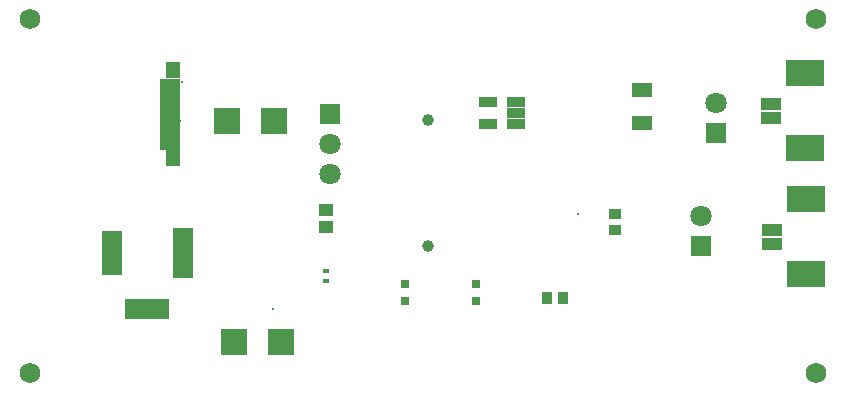
<source format=gts>
%FSTAX23Y23*%
%MOIN*%
%SFA1B1*%

%IPPOS*%
%ADD14R,0.067060X0.021780*%
%ADD15R,0.047370X0.054460*%
%ADD16R,0.059180X0.035560*%
%ADD17R,0.070990X0.039890*%
%ADD18R,0.126110X0.090680*%
%ADD19R,0.086740X0.086740*%
%ADD20R,0.031500X0.031500*%
%ADD21R,0.019680X0.015750*%
%ADD22R,0.037530X0.041470*%
%ADD23R,0.071110X0.051360*%
%ADD24R,0.049340X0.043430*%
%ADD25R,0.041470X0.037530*%
%ADD26C,0.068000*%
%ADD27R,0.070990X0.070990*%
%ADD28C,0.070990*%
%ADD29R,0.145800X0.067060*%
%ADD30R,0.067060X0.145800*%
%ADD31R,0.067060X0.165480*%
%ADD32C,0.039500*%
%ADD33C,0.009000*%
%LNpcb1_(1)-1*%
%LPD*%
G54D14*
X00517Y01023D03*
Y01003D03*
Y00983D03*
Y00964D03*
Y00944D03*
Y00924D03*
Y00905D03*
Y00885D03*
Y00865D03*
Y00846D03*
Y00826D03*
Y00806D03*
G54D15*
X00527Y00769D03*
Y0106D03*
G54D16*
X01669Y0088D03*
Y00917D03*
Y00955D03*
X01575D03*
Y0088D03*
G54D17*
X02522Y00529D03*
Y0048D03*
X02518Y00949D03*
Y009D03*
G54D18*
X02636Y0063D03*
Y0038D03*
X02632Y0105D03*
Y008D03*
G54D19*
X00863Y0089D03*
X00706D03*
X00887Y00155D03*
X0073D03*
G54D20*
X01299Y00349D03*
Y0029D03*
X01535Y00349D03*
Y0029D03*
G54D21*
X01035Y0039D03*
Y00359D03*
G54D22*
X01825Y003D03*
X01773D03*
G54D23*
X02089Y00885D03*
Y00995D03*
G54D24*
X01036Y00538D03*
Y00595D03*
G54D25*
X02Y00528D03*
Y0058D03*
G54D26*
X0267Y0123D03*
Y0005D03*
X0005D03*
Y0123D03*
G54D27*
X02284Y00475D03*
X01049Y00915D03*
X02334Y0085D03*
G54D28*
X02284Y00575D03*
X01049Y00815D03*
Y00715D03*
X02334Y0095D03*
G54D29*
X0044Y00265D03*
G54D30*
X00321Y0045D03*
G54D31*
X00558Y0045D03*
G54D32*
X01375Y00475D03*
Y00895D03*
G54D33*
X00557Y01023D03*
X00858Y00265D03*
X01874Y0058D03*
X0055Y0089D03*
M02*
</source>
